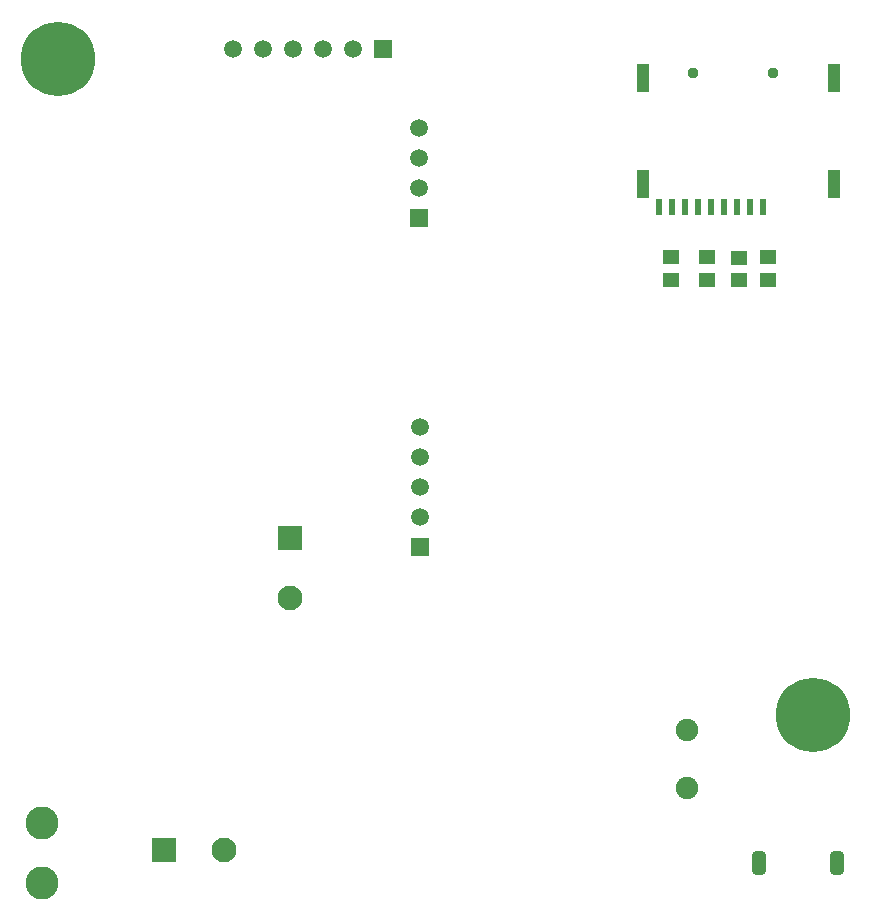
<source format=gbr>
%TF.GenerationSoftware,Altium Limited,Altium Designer,21.3.2 (30)*%
G04 Layer_Color=255*
%FSLAX24Y24*%
%MOIN*%
%TF.SameCoordinates,A906CF50-EBD2-4515-BF13-6977FA7C699A*%
%TF.FilePolarity,Positive*%
%TF.FileFunction,Pads,Bot*%
%TF.Part,Single*%
G01*
G75*
%TA.AperFunction,SMDPad,CuDef*%
%ADD13R,0.0551X0.0472*%
%TA.AperFunction,ViaPad*%
%ADD32C,0.2480*%
%TA.AperFunction,ComponentPad*%
%ADD33C,0.0750*%
%ADD34R,0.0598X0.0598*%
%ADD35C,0.0598*%
%ADD36C,0.0374*%
G04:AMPARAMS|DCode=37|XSize=78.7mil|YSize=47.2mil|CornerRadius=14.2mil|HoleSize=0mil|Usage=FLASHONLY|Rotation=90.000|XOffset=0mil|YOffset=0mil|HoleType=Round|Shape=RoundedRectangle|*
%AMROUNDEDRECTD37*
21,1,0.0787,0.0189,0,0,90.0*
21,1,0.0504,0.0472,0,0,90.0*
1,1,0.0283,0.0094,0.0252*
1,1,0.0283,0.0094,-0.0252*
1,1,0.0283,-0.0094,-0.0252*
1,1,0.0283,-0.0094,0.0252*
%
%ADD37ROUNDEDRECTD37*%
%ADD38C,0.0827*%
%ADD39R,0.0827X0.0827*%
%ADD40C,0.1100*%
%ADD41R,0.0827X0.0827*%
%ADD42R,0.0598X0.0598*%
%TA.AperFunction,SMDPad,CuDef*%
%ADD44R,0.0244X0.0551*%
%ADD45R,0.0433X0.0945*%
D13*
X32050Y46548D02*
D03*
Y45800D02*
D03*
X34324Y46522D02*
D03*
Y45774D02*
D03*
X33250Y46548D02*
D03*
Y45800D02*
D03*
X35300Y46548D02*
D03*
Y45800D02*
D03*
D32*
X36800Y31300D02*
D03*
X11620Y53160D02*
D03*
D33*
X32600Y30779D02*
D03*
Y28850D02*
D03*
D34*
X22450Y53500D02*
D03*
D35*
X21450D02*
D03*
X20450D02*
D03*
X19450D02*
D03*
X18450D02*
D03*
X17450D02*
D03*
X23650Y48850D02*
D03*
Y49850D02*
D03*
Y50850D02*
D03*
X23700Y37900D02*
D03*
Y38900D02*
D03*
Y39900D02*
D03*
Y40900D02*
D03*
D36*
X32773Y52700D02*
D03*
X35450D02*
D03*
D37*
X34978Y26350D02*
D03*
X37577D02*
D03*
D38*
X19350Y35200D02*
D03*
X17150Y26800D02*
D03*
D39*
X19350Y37200D02*
D03*
D40*
X11100Y25700D02*
D03*
Y27700D02*
D03*
D41*
X15150Y26800D02*
D03*
D42*
X23650Y47850D02*
D03*
X23700Y36900D02*
D03*
D44*
X35127Y48204D02*
D03*
X34694D02*
D03*
X34261D02*
D03*
X33828D02*
D03*
X33395D02*
D03*
X32962D02*
D03*
X32529D02*
D03*
X32096D02*
D03*
X31663D02*
D03*
D45*
X31119Y52535D02*
D03*
Y48991D02*
D03*
X37478D02*
D03*
Y52535D02*
D03*
%TF.MD5,6819f873d572c7320b7a240df454f61a*%
M02*

</source>
